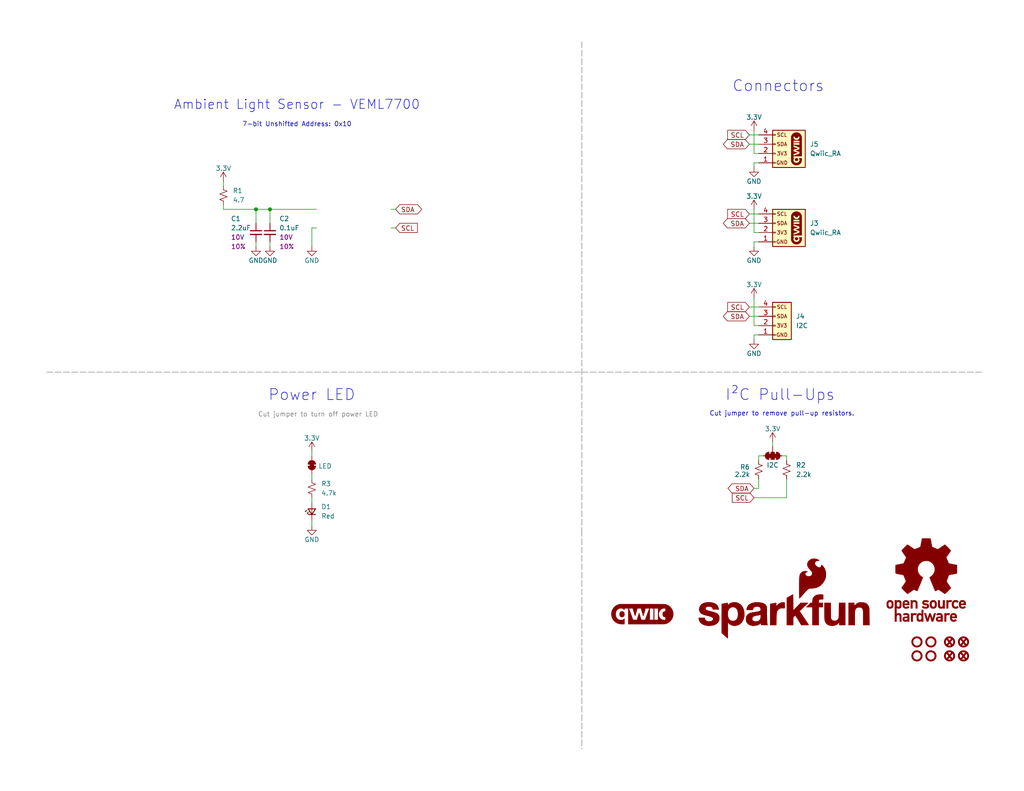
<source format=kicad_sch>
(kicad_sch (version 20250114) (generator "eeschema") (generator_version "9.0")
  (paper "USLetter")
  (title_block (title "SparkFun Ambient Light Sensor - VEML7700") (date "2025-04-24") (rev "v10") (company "SparkFun Electronics") (comment 1 "Original Design by: Paul Clark") (comment 2 "Designed by: Elias Santistevan"))
  (lib_symbols
    (symbol "SparkFun-Aesthetic:Fiducial_0.5mm"
      (symbol "Fiducial_0.5mm_1_1"
        (text "x" (at 0 0.254 0) (effects (font (size 2.5 2.5) (bold yes))))
      )
    )
    (symbol "SparkFun-Aesthetic:OSHW_Logo" (pin_names (offset 1.016)) (in_bom no))
    (symbol "SparkFun-Aesthetic:SparkFun_Logo" (pin_names (offset 1.016)) (on_board no))
    (symbol "SparkFun-Aesthetic:qwiic_Logo" (pin_names (offset 1.016)) (on_board no))
    (symbol "SparkFun-Capacitor:0.1uF_0402_10V_10%" (pin_numbers (hide yes)) (pin_names (offset 0.254))
      (property "Reference" "C" (at 0.635 2.54 0))
      (property "Value" "0.1uF" (at 0.635 -2.54 0))
      (property "Voltage" "10V" (at 0 -6.35 0))
      (property "Tolerance" "10%" (at 0 -8.89 0))
      (symbol "0.1uF_0402_10V_10%_1_1"
        (pin passive line (at 0 2.54 270) (length 2.032) (name "~") (number "1"))
        (pin passive line (at 0 -2.54 90) (length 2.032) (name "~") (number "2"))
      )
    )
    (symbol "SparkFun-Capacitor:2.2uF_0402_10V_10%" (pin_numbers (hide yes)) (pin_names (offset 0.254))
      (property "Reference" "C" (at 0.635 2.54 0))
      (property "Value" "2.2uF" (at 0.635 -2.54 0))
      (property "Voltage" "10V" (at 0 -6.35 0))
      (property "Tolerance" "10%" (at 0 -8.89 0))
      (symbol "2.2uF_0402_10V_10%_1_1"
        (pin passive line (at 0 2.54 270) (length 2.032) (name "~") (number "1"))
        (pin passive line (at 0 -2.54 90) (length 2.032) (name "~") (number "2"))
      )
    )
    (symbol "SparkFun-Connector:I2C_01x04" (pin_names (offset 1.016) (hide yes))
      (property "Reference" "J" (at 0 5.08 0))
      (property "Value" "I2C" (at 0 -7.62 0))
      (symbol "I2C_01x04_1_1"
        (text "SCL" (at 1.27 2.54 0) (effects (font (size 1 1))))
        (text "SDA" (at 1.27 0 0) (effects (font (size 1 1))))
        (text "3V3" (at 1.27 -2.54 0) (effects (font (size 1 1))))
        (text "GND" (at 1.27 -5.08 0) (effects (font (size 1 1))))
        (pin passive line (at -5.08 2.54 0) (length 3.81) (name "Pin_4") (number "4"))
        (pin passive line (at -5.08 0 0) (length 3.81) (name "Pin_3") (number "3"))
        (pin passive line (at -5.08 -2.54 0) (length 3.81) (name "Pin_2") (number "2"))
        (pin passive line (at -5.08 -5.08 0) (length 3.81) (name "Pin_1") (number "1"))
      )
    )
    (symbol "SparkFun-Connector:Qwiic_Right_Angle" (pin_names (offset 1.016) (hide yes))
      (property "Reference" "J" (at 0 5.08 0))
      (property "Value" "Qwiic_RA" (at 0 -7.62 0))
      (symbol "Qwiic_Right_Angle_1_1"
        (text "SCL" (at 1.27 2.54 0) (effects (font (size 1 1))))
        (text "SDA" (at 1.27 0 0) (effects (font (size 1 1))))
        (text "3V3" (at 1.27 -2.54 0) (effects (font (size 1 1))))
        (text "GND" (at 1.27 -5.08 0) (effects (font (size 1 1))))
        (pin passive line (at -5.08 2.54 0) (length 3.81) (name "Pin_4") (number "4"))
        (pin passive line (at -5.08 0 0) (length 3.81) (name "Pin_3") (number "3"))
        (pin passive line (at -5.08 -2.54 0) (length 3.81) (name "Pin_2") (number "2"))
        (pin passive line (at -5.08 -5.08 0) (length 3.81) (name "Pin_1") (number "1"))
        (pin no_connect line (at 5.08 3.81 270) (length 2.54) (hide yes) (name "NC") (number "NC1"))
        (pin no_connect line (at 6.35 3.81 270) (length 2.54) (hide yes) (name "NC") (number "NC2"))
      )
    )
    (symbol "SparkFun-Hardware:Standoff")
    (symbol "SparkFun-Jumper:SolderJumper_2_Bridged" (pin_numbers (hide yes)) (pin_names (offset 0) (hide yes))
      (property "Reference" "JP" (at 0 2.032 0))
      (property "Value" "~" (at 0 -2.54 0))
      (symbol "SolderJumper_2_Bridged_1_1"
        (pin passive line (at -2.54 0 0) (length 1.27) (name "A") (number "1"))
        (pin passive line (at 2.54 0 180) (length 1.27) (name "B") (number "2"))
      )
    )
    (symbol "SparkFun-Jumper:SolderJumper_3_Bridged123" (pin_numbers (hide yes)) (pin_names (offset 0) (hide yes))
      (property "Reference" "JP" (at 0 2.54 0))
      (property "Value" "~" (at 3.81 1.27 0))
      (symbol "SolderJumper_3_Bridged123_1_1"
        (pin passive line (at -2.54 0 0) (length 1.27) (name "A") (number "1"))
        (pin passive line (at 0 -2.54 90) (length 1.27) (name "B") (number "2"))
        (pin passive line (at 2.54 0 180) (length 1.27) (name "C") (number "3"))
      )
    )
    (symbol "SparkFun-LED:LED_Red_0603" (pin_numbers (hide yes)) (pin_names (offset 1.016) (hide yes))
      (property "Reference" "D" (at 0 2.54 0))
      (property "Value" "Red" (at 0 -2.54 0))
      (symbol "LED_Red_0603_1_1"
        (pin passive line (at -2.54 0 0) (length 1.778) (name "K") (number "1"))
        (pin passive line (at 2.54 0 180) (length 1.778) (name "A") (number "2"))
      )
    )
    (symbol "SparkFun-PowerSymbol:3.3V" (power) (pin_names (offset 0))
      (property "Value" "3.3V" (at 0 3.81 0))
      (symbol "3.3V_1_1"
        (pin power_in line (at 0 0 90) (length 0) (hide yes) (name "3.3V") (number "1"))
      )
    )
    (symbol "SparkFun-PowerSymbol:GND" (power) (pin_names (offset 0))
      (property "Value" "GND" (at 0 -3.81 0))
      (symbol "GND_1_1"
        (pin power_in line (at 0 0 270) (length 0) (hide yes) (name "GND") (number "1"))
      )
    )
    (symbol "SparkFun-Resistor:2.2k_0402" (pin_numbers (hide yes)) (pin_names (offset 0))
      (property "Reference" "R" (at 0 -2.54 0))
      (property "Value" "2.2k" (at 0 2.54 0))
      (symbol "2.2k_0402_1_1"
        (pin passive line (at -2.54 0 0) (length 1.016) (name "~") (number "1"))
        (pin passive line (at 2.54 0 180) (length 1.016) (name "~") (number "2"))
      )
    )
    (symbol "SparkFun-Resistor:4.7_0402" (pin_numbers (hide yes)) (pin_names (offset 0))
      (property "Reference" "R" (at 0 -2.54 0))
      (property "Value" "4.7" (at 0 2.54 0))
      (symbol "4.7_0402_1_1"
        (pin passive line (at -2.54 0 0) (length 1.016) (name "~") (number "1"))
        (pin passive line (at 2.54 0 180) (length 1.016) (name "~") (number "2"))
      )
    )
    (symbol "SparkFun-Resistor:4.7k_0402" (pin_numbers (hide yes)) (pin_names (offset 0))
      (property "Reference" "R" (at 0 -2.54 0))
      (property "Value" "4.7k" (at 0 2.54 0))
      (symbol "4.7k_0402_1_1"
        (pin passive line (at -2.54 0 0) (length 1.016) (name "~") (number "1"))
        (pin passive line (at 2.54 0 180) (length 1.016) (name "~") (number "2"))
      )
    )
  )
  (text "Ambient Light Sensor - VEML7700" (at 81.026 28.702 0) (effects (font (size 2.54 2.54))))
  (text "7-bit Unshifted Address: 0x10" (at 81.026 34.036 0) (effects (font (size 1.27 1.27))))
  (text "I²C Pull-Ups" (at 212.852 107.95 0) (effects (font (size 3 3))))
  (text "Cut jumper to turn off power LED" (at 70.358 114.046 0) (effects (font (size 1.27 1.27)) (justify left bottom)))
  (text "Cut jumper to remove pull-up resistors.\n" (at 213.36 113.03 0) (effects (font (size 1.27 1.27))))
  (text "Power LED" (at 85.09 107.95 0) (effects (font (size 3 3))))
  (text "Connectors" (at 212.344 23.622 0) (effects (font (size 3 3))))
  (junction (at 69.85 57.15))
  (junction (at 73.66 57.15))
  (wire (pts (xy 73.66 57.15) (xy 86.36 57.15)))
  (wire (pts (xy 210.82 120.65) (xy 210.82 121.92)))
  (wire (pts (xy 214.63 124.46) (xy 213.36 124.46)))
  (wire (pts (xy 207.01 63.5) (xy 205.74 63.5)))
  (wire (pts (xy 204.47 86.36) (xy 207.01 86.36)))
  (wire (pts (xy 205.74 57.15) (xy 205.74 63.5)))
  (wire (pts (xy 86.36 62.23) (xy 85.09 62.23)))
  (wire (pts (xy 207.01 44.45) (xy 205.74 44.45)))
  (wire (pts (xy 60.96 57.15) (xy 69.85 57.15)))
  (wire (pts (xy 207.01 124.46) (xy 208.28 124.46)))
  (wire (pts (xy 205.74 133.35) (xy 207.01 133.35)))
  (wire (pts (xy 85.09 135.89) (xy 85.09 137.16)))
  (wire (pts (xy 73.66 66.04) (xy 73.66 67.31)))
  (wire (pts (xy 214.63 124.46) (xy 214.63 125.73)))
  (wire (pts (xy 204.47 58.42) (xy 207.01 58.42)))
  (wire (pts (xy 204.47 39.37) (xy 207.01 39.37)))
  (wire (pts (xy 207.01 41.91) (xy 205.74 41.91)))
  (wire (pts (xy 207.01 130.81) (xy 207.01 133.35)))
  (wire (pts (xy 69.85 57.15) (xy 69.85 60.96)))
  (wire (pts (xy 207.01 91.44) (xy 205.74 91.44)))
  (wire (pts (xy 205.74 91.44) (xy 205.74 92.71)))
  (wire (pts (xy 85.09 142.24) (xy 85.09 143.51)))
  (wire (pts (xy 204.47 60.96) (xy 207.01 60.96)))
  (wire (pts (xy 207.01 88.9) (xy 205.74 88.9)))
  (wire (pts (xy 205.74 66.04) (xy 205.74 67.31)))
  (polyline (pts (xy 158.75 101.6) (xy 267.97 101.6)) (stroke (width 0) (type dash) (color 132 132 132 1)))
  (wire (pts (xy 204.47 83.82) (xy 207.01 83.82)))
  (wire (pts (xy 69.85 66.04) (xy 69.85 67.31)))
  (wire (pts (xy 85.09 130.81) (xy 85.09 129.54)))
  (wire (pts (xy 60.96 49.53) (xy 60.96 50.8)))
  (wire (pts (xy 205.74 81.28) (xy 205.74 88.9)))
  (wire (pts (xy 73.66 57.15) (xy 73.66 60.96)))
  (wire (pts (xy 85.09 62.23) (xy 85.09 67.31)))
  (wire (pts (xy 69.85 57.15) (xy 73.66 57.15)))
  (polyline (pts (xy 158.75 11.43) (xy 158.75 144.78)) (stroke (width 0) (type dash) (color 132 132 132 1)))
  (wire (pts (xy 106.68 57.15) (xy 107.95 57.15)))
  (wire (pts (xy 60.96 57.15) (xy 60.96 55.88)))
  (wire (pts (xy 207.01 66.04) (xy 205.74 66.04)))
  (wire (pts (xy 106.68 62.23) (xy 107.95 62.23)))
  (wire (pts (xy 205.74 135.89) (xy 214.63 135.89)))
  (wire (pts (xy 85.09 123.19) (xy 85.09 124.46)))
  (wire (pts (xy 204.47 36.83) (xy 207.01 36.83)))
  (polyline (pts (xy 158.75 144.78) (xy 158.75 204.47)) (stroke (width 0) (type dash) (color 132 132 132 1)))
  (wire (pts (xy 205.74 35.56) (xy 205.74 41.91)))
  (wire (pts (xy 205.74 44.45) (xy 205.74 45.72)))
  (wire (pts (xy 207.01 125.73) (xy 207.01 124.46)))
  (polyline (pts (xy 12.7 101.6) (xy 158.75 101.6)) (stroke (width 0) (type dash) (color 132 132 132 1)))
  (wire (pts (xy 214.63 130.81) (xy 214.63 135.89)))
  (global_label "SCL" (shape input) (at 204.47 36.83 180) (property "Intersheetrefs" "${INTERSHEET_REFS}" (effects (hide yes))))
  (global_label "SDA" (shape bidirectional) (at 204.47 60.96 180) (property "Intersheetrefs" "${INTERSHEET_REFS}" (effects (hide yes))))
  (global_label "SCL" (shape input) (at 107.95 62.23 0) (property "Intersheetrefs" "${INTERSHEET_REFS}" (effects (hide yes))))
  (global_label "SDA" (shape bidirectional) (at 204.47 86.36 180) (property "Intersheetrefs" "${INTERSHEET_REFS}" (effects (hide yes))))
  (global_label "SDA" (shape bidirectional) (at 107.95 57.15 0) (property "Intersheetrefs" "${INTERSHEET_REFS}" (effects (hide yes))))
  (global_label "SCL" (shape input) (at 205.74 135.89 180) (property "Intersheetrefs" "${INTERSHEET_REFS}" (effects (hide yes))))
  (global_label "SCL" (shape input) (at 204.47 83.82 180) (property "Intersheetrefs" "${INTERSHEET_REFS}" (effects (hide yes))))
  (global_label "SCL" (shape input) (at 204.47 58.42 180) (property "Intersheetrefs" "${INTERSHEET_REFS}" (effects (hide yes))))
  (global_label "SDA" (shape bidirectional) (at 205.74 133.35 180) (property "Intersheetrefs" "${INTERSHEET_REFS}" (effects (hide yes))))
  (global_label "SDA" (shape bidirectional) (at 204.47 39.37 180) (property "Intersheetrefs" "${INTERSHEET_REFS}" (effects (hide yes))))
  (symbol (lib_id "SparkFun-Hardware:Standoff") (at 250.19 179.07 0) (unit 1)
    (property "Reference" "ST4" (effects (hide yes)))
    (property "Value" "Standoff" (effects (hide yes)))
    (property "Footprint" "SparkFun-Hardware:Standoff" (effects (hide yes)))
    (property "Description" "Drill holes for mechanically mounting via screws, standoffs, etc." (effects (hide yes)))
  )
  (symbol (lib_id "SparkFun-Aesthetic:SparkFun_Logo") (at 213.36 167.64 0) (unit 1) (on_board no)
    (property "Reference" "G2" (effects (hide yes)))
    (property "Value" "SparkFun_Logo" (effects (hide yes)))
    (property "Footprint" "SparkFun-Aesthetic:SparkFun_Logo_8mm" (effects (hide yes)))
  )
  (symbol (lib_id "SparkFun-Connector:Qwiic_Right_Angle") (at 212.09 60.96 0) (unit 1)
    (property "Reference" "J3" (at 220.98 60.9599 0) (effects (justify left)))
    (property "Value" "Qwiic_RA" (at 220.98 63.4999 0) (effects (justify left)))
    (property "Footprint" "SparkFun-Connector:JST_SMD_1.0mm-4_Black" (effects (hide yes)))
    (property "Datasheet" "https://www.jst-mfg.com/product/pdf/eng/eSH.pdf" (effects (hide yes)))
    (property "Description" "4 pin JST 1mm polarized connector for I2C" (effects (hide yes)))
    (property "PROD_ID" "CONN-13694" (effects (hide yes)))
  )
  (symbol (lib_id "SparkFun-Resistor:4.7k_0402") (at 85.09 133.35 90) (unit 1)
    (property "Reference" "R3" (at 87.63 132.0799 90) (effects (justify right)))
    (property "Value" "4.7k" (at 87.63 134.6199 90) (effects (justify right)))
    (property "Footprint" "SparkFun-Resistor:R_0402_1005Metric" (effects (hide yes)))
    (property "Datasheet" "https://www.vishay.com/docs/20035/dcrcwe3.pdf" (effects (hide yes)))
    (property "Description" "Resistor" (effects (hide yes)))
    (property "PROD_ID" "RES-15343" (effects (hide yes)))
  )
  (symbol (lib_id "SparkFun-Aesthetic:Fiducial_0.5mm") (at 262.89 175.26 0) (unit 1)
    (property "Reference" "FID3" (effects (hide yes)))
    (property "Value" "Fiducial_0.5mm" (effects (hide yes)))
    (property "Footprint" "SparkFun-Aesthetic:Fiducial_0.5mm_Mask1mm" (effects (hide yes)))
    (property "Description" "Fiducial Marker" (effects (hide yes)))
  )
  (symbol (lib_id "SparkFun-Aesthetic:Fiducial_0.5mm") (at 262.89 179.07 0) (unit 1)
    (property "Reference" "FID4" (effects (hide yes)))
    (property "Value" "Fiducial_0.5mm" (effects (hide yes)))
    (property "Footprint" "SparkFun-Aesthetic:Fiducial_0.5mm_Mask1mm" (effects (hide yes)))
    (property "Description" "Fiducial Marker" (effects (hide yes)))
  )
  (symbol (lib_id "SparkFun-Connector:Qwiic_Right_Angle") (at 212.09 39.37 0) (unit 1)
    (property "Reference" "J5" (at 220.98 39.3699 0) (effects (justify left)))
    (property "Value" "Qwiic_RA" (at 220.98 41.9099 0) (effects (justify left)))
    (property "Footprint" "SparkFun-Connector:JST_SMD_1.0mm-4_Black" (effects (hide yes)))
    (property "Datasheet" "https://www.jst-mfg.com/product/pdf/eng/eSH.pdf" (effects (hide yes)))
    (property "Description" "4 pin JST 1mm polarized connector for I2C" (effects (hide yes)))
    (property "PROD_ID" "CONN-13694" (effects (hide yes)))
  )
  (symbol (lib_id "SparkFun-Capacitor:0.1uF_0402_10V_10%") (at 73.66 63.5 0) (unit 1)
    (property "Reference" "C2" (at 76.2 59.6962 0) (effects (justify left)))
    (property "Value" "0.1uF" (at 76.2 62.2362 0) (effects (justify left)))
    (property "Footprint" "SparkFun-Capacitor:C_0402_1005Metric" (effects (hide yes)))
    (property "Datasheet" "https://cdn.sparkfun.com/assets/8/a/4/a/5/Kemet_Capacitor_Datasheet.pdf" (effects (hide yes)))
    (property "Description" "Unpolarized capacitor" (effects (hide yes)))
    (property "PROD_ID" "CAP-15083" (effects (hide yes)))
    (property "Voltage" "10V" (at 76.2 64.7762 0) (effects (justify left)))
    (property "Tolerance" "10%" (at 76.2 67.3162 0) (effects (justify left)))
  )
  (symbol (lib_id "SparkFun-PowerSymbol:GND") (at 205.74 92.71 0) (unit 1)
    (property "Reference" "#PWR0107" (effects (hide yes)))
    (property "Value" "GND" (at 205.74 96.52 0))
    (property "Description" "Power symbol creates a global label with name \"GND\" , ground" (effects (hide yes)))
  )
  (symbol (lib_id "SparkFun-LED:LED_Red_0603") (at 85.09 139.7 90) (unit 1)
    (property "Reference" "D1" (at 87.63 138.3664 90) (effects (justify right)))
    (property "Value" "Red" (at 87.63 140.9064 90) (effects (justify right)))
    (property "Footprint" "SparkFun-LED:LED_0603_1608Metric_Red" (effects (hide yes)))
    (property "Datasheet" "https://docs.broadcom.com/docs/AV02-0551EN" (effects (hide yes)))
    (property "Description" "Light emitting diode" (effects (hide yes)))
    (property "PROD_ID" "DIO-17976" (effects (hide yes)))
  )
  (symbol (lib_id "SparkFun-Resistor:2.2k_0402") (at 214.63 128.27 90) (unit 1)
    (property "Reference" "R2" (at 217.17 126.9999 90) (effects (justify right)))
    (property "Value" "2.2k" (at 217.17 129.5399 90) (effects (justify right)))
    (property "Footprint" "SparkFun-Resistor:R_0402_1005Metric" (effects (hide yes)))
    (property "Datasheet" "https://www.vishay.com/docs/20035/dcrcwe3.pdf" (effects (hide yes)))
    (property "Description" "Resistor" (effects (hide yes)))
    (property "PROD_ID" "RES-14341" (effects (hide yes)))
  )
  (symbol (lib_id "SparkFun-Hardware:Standoff") (at 254 179.07 0) (unit 1)
    (property "Reference" "ST2" (effects (hide yes)))
    (property "Value" "Standoff" (effects (hide yes)))
    (property "Footprint" "SparkFun-Hardware:Standoff" (effects (hide yes)))
    (property "Description" "Drill holes for mechanically mounting via screws, standoffs, etc." (effects (hide yes)))
  )
  (symbol (lib_id "SparkFun-Jumper:SolderJumper_3_Bridged123") (at 210.82 124.46 180) (unit 1)
    (property "Reference" "JP2" (effects (hide yes)))
    (property "Value" "I2C" (at 210.82 127 0))
    (property "Footprint" "SparkFun-Jumper:Jumper_3_NC-2_Trace" (effects (hide yes)))
    (property "Description" "Solder Jumper, 3-pole, pins 1+2+3 closed/bridged" (effects (hide yes)))
  )
  (symbol (lib_id "SparkFun-Aesthetic:OSHW_Logo") (at 252.73 162.56 0) (unit 1) (in_bom no)
    (property "Reference" "G4" (effects (hide yes)))
    (property "Value" "OSHW_Logo" (effects (hide yes)))
    (property "Footprint" "SparkFun-Aesthetic:Creative_Commons_License" (effects (hide yes)))
  )
  (symbol (lib_id "SparkFun-Hardware:Standoff") (at 250.19 175.26 0) (unit 1)
    (property "Reference" "ST3" (effects (hide yes)))
    (property "Value" "Standoff" (effects (hide yes)))
    (property "Footprint" "SparkFun-Hardware:Standoff" (effects (hide yes)))
    (property "Description" "Drill holes for mechanically mounting via screws, standoffs, etc." (effects (hide yes)))
  )
  (symbol (lib_id "SparkFun-PowerSymbol:GND") (at 205.74 45.72 0) (unit 1)
    (property "Reference" "#PWR0123" (effects (hide yes)))
    (property "Value" "GND" (at 205.74 49.53 0))
    (property "Description" "Power symbol creates a global label with name \"GND\" , ground" (effects (hide yes)))
  )
  (symbol (lib_id "SparkFun-Connector:I2C_01x04") (at 212.09 86.36 0) (unit 1)
    (property "Reference" "J4" (at 217.17 86.3599 0) (effects (justify left)))
    (property "Value" "I2C" (at 217.17 88.8999 0) (effects (justify left)))
    (property "Footprint" "SparkFun-Connector:1x04" (effects (hide yes)))
    (property "Description" "Coomon 4 pin PTH connector for I2C" (effects (hide yes)))
  )
  (symbol (lib_id "SparkFun-PowerSymbol:3.3V") (at 60.96 49.53 0) (unit 1)
    (property "Reference" "#PWR0109" (effects (hide yes)))
    (property "Value" "3.3V" (at 60.96 45.974 0))
    (property "Description" "Power symbol creates a global label with name \"3.3V\"" (effects (hide yes)))
  )
  (symbol (lib_id "SparkFun-PowerSymbol:GND") (at 205.74 67.31 0) (unit 1)
    (property "Reference" "#PWR0105" (effects (hide yes)))
    (property "Value" "GND" (at 205.74 71.12 0))
    (property "Description" "Power symbol creates a global label with name \"GND\" , ground" (effects (hide yes)))
  )
  (symbol (lib_id "SparkFun-Hardware:Standoff") (at 254 175.26 0) (unit 1)
    (property "Reference" "ST1" (effects (hide yes)))
    (property "Value" "Standoff" (effects (hide yes)))
    (property "Footprint" "SparkFun-Hardware:Standoff" (effects (hide yes)))
    (property "Description" "Drill holes for mechanically mounting via screws, standoffs, etc." (effects (hide yes)))
  )
  (symbol (lib_id "SparkFun-PowerSymbol:3.3V") (at 85.09 123.19 0) (unit 1)
    (property "Reference" "#PWR010" (effects (hide yes)))
    (property "Value" "3.3V" (at 85.09 119.634 0))
    (property "Description" "Power symbol creates a global label with name \"3.3V\"" (effects (hide yes)))
  )
  (symbol (lib_id "SparkFun-PowerSymbol:GND") (at 69.85 67.31 0) (unit 1)
    (property "Reference" "#PWR0112" (effects (hide yes)))
    (property "Value" "GND" (at 69.85 71.12 0))
    (property "Description" "Power symbol creates a global label with name \"GND\" , ground" (effects (hide yes)))
  )
  (symbol (lib_id "SparkFun-Capacitor:2.2uF_0402_10V_10%") (at 69.85 63.5 0) (unit 1)
    (property "Reference" "C1" (at 62.992 59.69 0) (effects (justify left)))
    (property "Value" "2.2uF" (at 62.992 62.23 0) (effects (justify left)))
    (property "Footprint" "SparkFun-Capacitor:C_0402_1005Metric" (effects (hide yes)))
    (property "Datasheet" "https://cdn.sparkfun.com/assets/8/a/4/a/5/Kemet_Capacitor_Datasheet.pdf" (effects (hide yes)))
    (property "Description" "Unpolarized capacitor" (effects (hide yes)))
    (property "PROD_ID" "CAP-14232" (effects (hide yes)))
    (property "Voltage" "10V" (at 62.992 64.77 0) (effects (justify left)))
    (property "Tolerance" "10%" (at 62.992 67.31 0) (effects (justify left)))
  )
  (symbol (lib_id "SparkFun-PowerSymbol:GND") (at 85.09 67.31 0) (unit 1)
    (property "Reference" "#PWR0110" (effects (hide yes)))
    (property "Value" "GND" (at 85.09 71.12 0))
    (property "Description" "Power symbol creates a global label with name \"GND\" , ground" (effects (hide yes)))
  )
  (symbol (lib_id "SparkFun-PowerSymbol:3.3V") (at 205.74 81.28 0) (unit 1)
    (property "Reference" "#PWR0106" (effects (hide yes)))
    (property "Value" "3.3V" (at 205.74 77.724 0))
    (property "Description" "Power symbol creates a global label with name \"3.3V\"" (effects (hide yes)))
  )
  (symbol (lib_id "SparkFun-Aesthetic:SparkFun_Logo") (at 213.36 167.64 0) (unit 1) (on_board no)
    (property "Reference" "G3" (effects (hide yes)))
    (property "Value" "SparkFun_Logo" (effects (hide yes)))
  )
  (symbol (lib_id "SparkFun-Aesthetic:Fiducial_0.5mm") (at 259.08 175.26 0) (unit 1)
    (property "Reference" "FID1" (effects (hide yes)))
    (property "Value" "Fiducial_0.5mm" (effects (hide yes)))
    (property "Footprint" "SparkFun-Aesthetic:Fiducial_0.5mm_Mask1mm" (effects (hide yes)))
    (property "Description" "Fiducial Marker" (effects (hide yes)))
  )
  (symbol (lib_id "SparkFun-Jumper:SolderJumper_2_Bridged") (at 85.09 127 90) (unit 1)
    (property "Reference" "JP1" (effects (hide yes)))
    (property "Value" "LED" (at 86.868 127.254 90) (effects (justify right)))
    (property "Footprint" "SparkFun-Jumper:Jumper_2_NC_Trace" (effects (hide yes)))
    (property "Description" "Solder Jumper, 2-pole, closed/bridged" (effects (hide yes)))
  )
  (symbol (lib_id "SparkFun-PowerSymbol:3.3V") (at 205.74 57.15 0) (unit 1)
    (property "Reference" "#PWR0108" (effects (hide yes)))
    (property "Value" "3.3V" (at 205.74 53.594 0))
    (property "Description" "Power symbol creates a global label with name \"3.3V\"" (effects (hide yes)))
  )
  (symbol (lib_id "SparkFun-Aesthetic:qwiic_Logo") (at 175.26 167.64 0) (unit 1) (on_board no)
    (property "Reference" "G1" (effects (hide yes)))
    (property "Value" "qwiic_Logo" (effects (hide yes)))
  )
  (symbol (lib_id "SparkFun-Resistor:2.2k_0402") (at 207.01 128.27 270) (unit 1)
    (property "Reference" "R6" (at 201.93 127.508 90) (effects (justify left)))
    (property "Value" "2.2k" (at 200.406 129.54 90) (effects (justify left)))
    (property "Footprint" "SparkFun-Resistor:R_0402_1005Metric" (effects (hide yes)))
    (property "Datasheet" "https://www.vishay.com/docs/20035/dcrcwe3.pdf" (effects (hide yes)))
    (property "Description" "Resistor" (effects (hide yes)))
    (property "PROD_ID" "RES-14341" (effects (hide yes)))
  )
  (symbol (lib_id "SparkFun-PowerSymbol:GND") (at 73.66 67.31 0) (unit 1)
    (property "Reference" "#PWR0111" (effects (hide yes)))
    (property "Value" "GND" (at 73.66 71.12 0))
    (property "Description" "Power symbol creates a global label with name \"GND\" , ground" (effects (hide yes)))
  )
  (symbol (lib_id "SparkFun-PowerSymbol:3.3V") (at 210.82 120.65 0) (unit 1)
    (property "Reference" "#PWR0104" (effects (hide yes)))
    (property "Value" "3.3V" (at 210.82 117.094 0))
    (property "Description" "Power symbol creates a global label with name \"3.3V\"" (effects (hide yes)))
  )
  (symbol (lib_id "SparkFun-PowerSymbol:3.3V") (at 205.74 35.56 0) (unit 1)
    (property "Reference" "#PWR0124" (effects (hide yes)))
    (property "Value" "3.3V" (at 205.74 32.004 0))
    (property "Description" "Power symbol creates a global label with name \"3.3V\"" (effects (hide yes)))
  )
  (symbol (lib_id "SparkFun-Resistor:4.7_0402") (at 60.96 53.34 90) (unit 1)
    (property "Reference" "R1" (at 63.5 52.0699 90) (effects (justify right)))
    (property "Value" "4.7" (at 63.5 54.6099 90) (effects (justify right)))
    (property "Footprint" "SparkFun-Resistor:R_0402_1005Metric" (effects (hide yes)))
    (property "Datasheet" "https://www.lcsc.com/datasheet/lcsc_datasheet_2304140030_YAGEO-RC0402FR-074R7L_C137962.pdf" (effects (hide yes)))
    (property "Description" "Resistor" (effects (hide yes)))
    (property "PROD_ID" "RES-16312" (effects (hide yes)))
  )
  (symbol (lib_id "SparkFun-PowerSymbol:GND") (at 85.09 143.51 0) (unit 1)
    (property "Reference" "#PWR0122" (effects (hide yes)))
    (property "Value" "GND" (at 85.09 147.32 0))
    (property "Description" "Power symbol creates a global label with name \"GND\" , ground" (effects (hide yes)))
  )
  (symbol (lib_id "SparkFun-Aesthetic:Fiducial_0.5mm") (at 259.08 179.07 0) (unit 1)
    (property "Reference" "FID2" (effects (hide yes)))
    (property "Value" "Fiducial_0.5mm" (effects (hide yes)))
    (property "Footprint" "SparkFun-Aesthetic:Fiducial_0.5mm_Mask1mm" (effects (hide yes)))
    (property "Description" "Fiducial Marker" (effects (hide yes)))
  )
)
</source>
